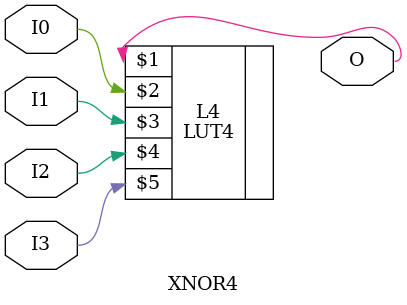
<source format=v>


`timescale  1 ps / 1 ps


module XNOR4 (O, I0, I1, I2, I3);

    output O;

    input  I0, I1, I2, I3;

    LUT4 #(.INIT(16'h9669)) L4 (O, I0, I1, I2, I3);

endmodule

</source>
